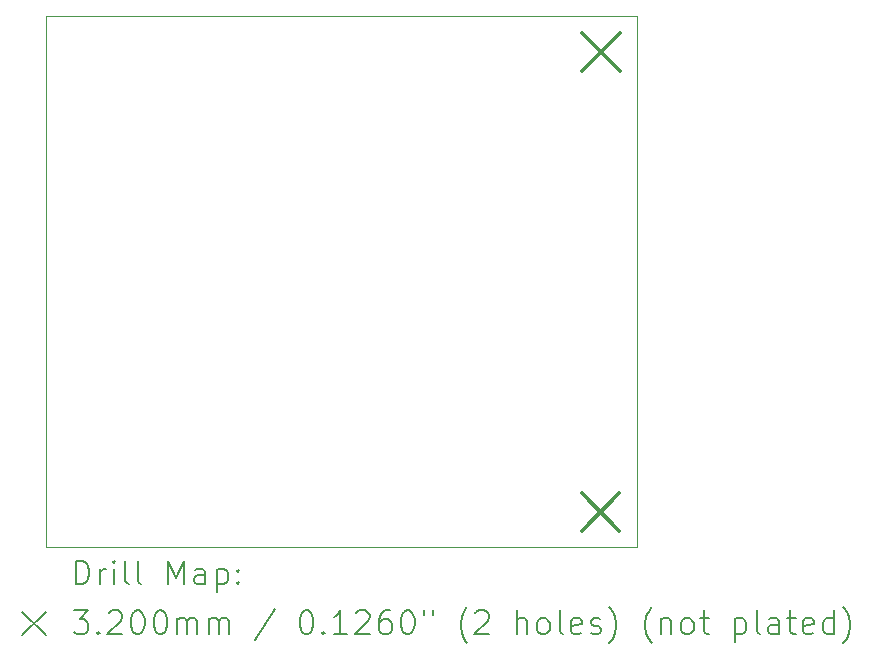
<source format=gbr>
%FSLAX45Y45*%
G04 Gerber Fmt 4.5, Leading zero omitted, Abs format (unit mm)*
G04 Created by KiCad (PCBNEW (6.0.6)) date 2022-08-29 15:29:25*
%MOMM*%
%LPD*%
G01*
G04 APERTURE LIST*
%TA.AperFunction,Profile*%
%ADD10C,0.100000*%
%TD*%
%ADD11C,0.200000*%
%ADD12C,0.320000*%
G04 APERTURE END LIST*
D10*
X3373120Y-1747520D02*
X8373120Y-1747520D01*
X8373120Y-1747520D02*
X8373120Y-6247520D01*
X8373120Y-6247520D02*
X3373120Y-6247520D01*
X3373120Y-6247520D02*
X3373120Y-1747520D01*
D11*
D12*
X7907040Y-5788680D02*
X8227040Y-6108680D01*
X8227040Y-5788680D02*
X7907040Y-6108680D01*
X7909580Y-1894860D02*
X8229580Y-2214860D01*
X8229580Y-1894860D02*
X7909580Y-2214860D01*
D11*
X3625739Y-6562996D02*
X3625739Y-6362996D01*
X3673358Y-6362996D01*
X3701929Y-6372520D01*
X3720977Y-6391568D01*
X3730501Y-6410615D01*
X3740025Y-6448710D01*
X3740025Y-6477282D01*
X3730501Y-6515377D01*
X3720977Y-6534425D01*
X3701929Y-6553472D01*
X3673358Y-6562996D01*
X3625739Y-6562996D01*
X3825739Y-6562996D02*
X3825739Y-6429663D01*
X3825739Y-6467758D02*
X3835263Y-6448710D01*
X3844787Y-6439187D01*
X3863834Y-6429663D01*
X3882882Y-6429663D01*
X3949548Y-6562996D02*
X3949548Y-6429663D01*
X3949548Y-6362996D02*
X3940025Y-6372520D01*
X3949548Y-6382044D01*
X3959072Y-6372520D01*
X3949548Y-6362996D01*
X3949548Y-6382044D01*
X4073358Y-6562996D02*
X4054310Y-6553472D01*
X4044787Y-6534425D01*
X4044787Y-6362996D01*
X4178120Y-6562996D02*
X4159072Y-6553472D01*
X4149548Y-6534425D01*
X4149548Y-6362996D01*
X4406691Y-6562996D02*
X4406691Y-6362996D01*
X4473358Y-6505853D01*
X4540025Y-6362996D01*
X4540025Y-6562996D01*
X4720977Y-6562996D02*
X4720977Y-6458234D01*
X4711453Y-6439187D01*
X4692406Y-6429663D01*
X4654310Y-6429663D01*
X4635263Y-6439187D01*
X4720977Y-6553472D02*
X4701930Y-6562996D01*
X4654310Y-6562996D01*
X4635263Y-6553472D01*
X4625739Y-6534425D01*
X4625739Y-6515377D01*
X4635263Y-6496329D01*
X4654310Y-6486806D01*
X4701930Y-6486806D01*
X4720977Y-6477282D01*
X4816215Y-6429663D02*
X4816215Y-6629663D01*
X4816215Y-6439187D02*
X4835263Y-6429663D01*
X4873358Y-6429663D01*
X4892406Y-6439187D01*
X4901930Y-6448710D01*
X4911453Y-6467758D01*
X4911453Y-6524901D01*
X4901930Y-6543948D01*
X4892406Y-6553472D01*
X4873358Y-6562996D01*
X4835263Y-6562996D01*
X4816215Y-6553472D01*
X4997168Y-6543948D02*
X5006691Y-6553472D01*
X4997168Y-6562996D01*
X4987644Y-6553472D01*
X4997168Y-6543948D01*
X4997168Y-6562996D01*
X4997168Y-6439187D02*
X5006691Y-6448710D01*
X4997168Y-6458234D01*
X4987644Y-6448710D01*
X4997168Y-6439187D01*
X4997168Y-6458234D01*
X3168120Y-6792520D02*
X3368120Y-6992520D01*
X3368120Y-6792520D02*
X3168120Y-6992520D01*
X3606691Y-6782996D02*
X3730501Y-6782996D01*
X3663834Y-6859187D01*
X3692406Y-6859187D01*
X3711453Y-6868710D01*
X3720977Y-6878234D01*
X3730501Y-6897282D01*
X3730501Y-6944901D01*
X3720977Y-6963948D01*
X3711453Y-6973472D01*
X3692406Y-6982996D01*
X3635263Y-6982996D01*
X3616215Y-6973472D01*
X3606691Y-6963948D01*
X3816215Y-6963948D02*
X3825739Y-6973472D01*
X3816215Y-6982996D01*
X3806691Y-6973472D01*
X3816215Y-6963948D01*
X3816215Y-6982996D01*
X3901929Y-6802044D02*
X3911453Y-6792520D01*
X3930501Y-6782996D01*
X3978120Y-6782996D01*
X3997168Y-6792520D01*
X4006691Y-6802044D01*
X4016215Y-6821091D01*
X4016215Y-6840139D01*
X4006691Y-6868710D01*
X3892406Y-6982996D01*
X4016215Y-6982996D01*
X4140025Y-6782996D02*
X4159072Y-6782996D01*
X4178120Y-6792520D01*
X4187644Y-6802044D01*
X4197168Y-6821091D01*
X4206691Y-6859187D01*
X4206691Y-6906806D01*
X4197168Y-6944901D01*
X4187644Y-6963948D01*
X4178120Y-6973472D01*
X4159072Y-6982996D01*
X4140025Y-6982996D01*
X4120977Y-6973472D01*
X4111453Y-6963948D01*
X4101929Y-6944901D01*
X4092406Y-6906806D01*
X4092406Y-6859187D01*
X4101929Y-6821091D01*
X4111453Y-6802044D01*
X4120977Y-6792520D01*
X4140025Y-6782996D01*
X4330501Y-6782996D02*
X4349549Y-6782996D01*
X4368596Y-6792520D01*
X4378120Y-6802044D01*
X4387644Y-6821091D01*
X4397168Y-6859187D01*
X4397168Y-6906806D01*
X4387644Y-6944901D01*
X4378120Y-6963948D01*
X4368596Y-6973472D01*
X4349549Y-6982996D01*
X4330501Y-6982996D01*
X4311453Y-6973472D01*
X4301930Y-6963948D01*
X4292406Y-6944901D01*
X4282882Y-6906806D01*
X4282882Y-6859187D01*
X4292406Y-6821091D01*
X4301930Y-6802044D01*
X4311453Y-6792520D01*
X4330501Y-6782996D01*
X4482882Y-6982996D02*
X4482882Y-6849663D01*
X4482882Y-6868710D02*
X4492406Y-6859187D01*
X4511453Y-6849663D01*
X4540025Y-6849663D01*
X4559072Y-6859187D01*
X4568596Y-6878234D01*
X4568596Y-6982996D01*
X4568596Y-6878234D02*
X4578120Y-6859187D01*
X4597168Y-6849663D01*
X4625739Y-6849663D01*
X4644787Y-6859187D01*
X4654310Y-6878234D01*
X4654310Y-6982996D01*
X4749549Y-6982996D02*
X4749549Y-6849663D01*
X4749549Y-6868710D02*
X4759072Y-6859187D01*
X4778120Y-6849663D01*
X4806691Y-6849663D01*
X4825739Y-6859187D01*
X4835263Y-6878234D01*
X4835263Y-6982996D01*
X4835263Y-6878234D02*
X4844787Y-6859187D01*
X4863834Y-6849663D01*
X4892406Y-6849663D01*
X4911453Y-6859187D01*
X4920977Y-6878234D01*
X4920977Y-6982996D01*
X5311453Y-6773472D02*
X5140025Y-7030615D01*
X5568596Y-6782996D02*
X5587644Y-6782996D01*
X5606691Y-6792520D01*
X5616215Y-6802044D01*
X5625739Y-6821091D01*
X5635263Y-6859187D01*
X5635263Y-6906806D01*
X5625739Y-6944901D01*
X5616215Y-6963948D01*
X5606691Y-6973472D01*
X5587644Y-6982996D01*
X5568596Y-6982996D01*
X5549549Y-6973472D01*
X5540025Y-6963948D01*
X5530501Y-6944901D01*
X5520977Y-6906806D01*
X5520977Y-6859187D01*
X5530501Y-6821091D01*
X5540025Y-6802044D01*
X5549549Y-6792520D01*
X5568596Y-6782996D01*
X5720977Y-6963948D02*
X5730501Y-6973472D01*
X5720977Y-6982996D01*
X5711453Y-6973472D01*
X5720977Y-6963948D01*
X5720977Y-6982996D01*
X5920977Y-6982996D02*
X5806691Y-6982996D01*
X5863834Y-6982996D02*
X5863834Y-6782996D01*
X5844787Y-6811568D01*
X5825739Y-6830615D01*
X5806691Y-6840139D01*
X5997168Y-6802044D02*
X6006691Y-6792520D01*
X6025739Y-6782996D01*
X6073358Y-6782996D01*
X6092406Y-6792520D01*
X6101929Y-6802044D01*
X6111453Y-6821091D01*
X6111453Y-6840139D01*
X6101929Y-6868710D01*
X5987644Y-6982996D01*
X6111453Y-6982996D01*
X6282882Y-6782996D02*
X6244787Y-6782996D01*
X6225739Y-6792520D01*
X6216215Y-6802044D01*
X6197168Y-6830615D01*
X6187644Y-6868710D01*
X6187644Y-6944901D01*
X6197168Y-6963948D01*
X6206691Y-6973472D01*
X6225739Y-6982996D01*
X6263834Y-6982996D01*
X6282882Y-6973472D01*
X6292406Y-6963948D01*
X6301929Y-6944901D01*
X6301929Y-6897282D01*
X6292406Y-6878234D01*
X6282882Y-6868710D01*
X6263834Y-6859187D01*
X6225739Y-6859187D01*
X6206691Y-6868710D01*
X6197168Y-6878234D01*
X6187644Y-6897282D01*
X6425739Y-6782996D02*
X6444787Y-6782996D01*
X6463834Y-6792520D01*
X6473358Y-6802044D01*
X6482882Y-6821091D01*
X6492406Y-6859187D01*
X6492406Y-6906806D01*
X6482882Y-6944901D01*
X6473358Y-6963948D01*
X6463834Y-6973472D01*
X6444787Y-6982996D01*
X6425739Y-6982996D01*
X6406691Y-6973472D01*
X6397168Y-6963948D01*
X6387644Y-6944901D01*
X6378120Y-6906806D01*
X6378120Y-6859187D01*
X6387644Y-6821091D01*
X6397168Y-6802044D01*
X6406691Y-6792520D01*
X6425739Y-6782996D01*
X6568596Y-6782996D02*
X6568596Y-6821091D01*
X6644787Y-6782996D02*
X6644787Y-6821091D01*
X6940025Y-7059187D02*
X6930501Y-7049663D01*
X6911453Y-7021091D01*
X6901929Y-7002044D01*
X6892406Y-6973472D01*
X6882882Y-6925853D01*
X6882882Y-6887758D01*
X6892406Y-6840139D01*
X6901929Y-6811568D01*
X6911453Y-6792520D01*
X6930501Y-6763948D01*
X6940025Y-6754425D01*
X7006691Y-6802044D02*
X7016215Y-6792520D01*
X7035263Y-6782996D01*
X7082882Y-6782996D01*
X7101929Y-6792520D01*
X7111453Y-6802044D01*
X7120977Y-6821091D01*
X7120977Y-6840139D01*
X7111453Y-6868710D01*
X6997168Y-6982996D01*
X7120977Y-6982996D01*
X7359072Y-6982996D02*
X7359072Y-6782996D01*
X7444787Y-6982996D02*
X7444787Y-6878234D01*
X7435263Y-6859187D01*
X7416215Y-6849663D01*
X7387644Y-6849663D01*
X7368596Y-6859187D01*
X7359072Y-6868710D01*
X7568596Y-6982996D02*
X7549548Y-6973472D01*
X7540025Y-6963948D01*
X7530501Y-6944901D01*
X7530501Y-6887758D01*
X7540025Y-6868710D01*
X7549548Y-6859187D01*
X7568596Y-6849663D01*
X7597168Y-6849663D01*
X7616215Y-6859187D01*
X7625739Y-6868710D01*
X7635263Y-6887758D01*
X7635263Y-6944901D01*
X7625739Y-6963948D01*
X7616215Y-6973472D01*
X7597168Y-6982996D01*
X7568596Y-6982996D01*
X7749548Y-6982996D02*
X7730501Y-6973472D01*
X7720977Y-6954425D01*
X7720977Y-6782996D01*
X7901929Y-6973472D02*
X7882882Y-6982996D01*
X7844787Y-6982996D01*
X7825739Y-6973472D01*
X7816215Y-6954425D01*
X7816215Y-6878234D01*
X7825739Y-6859187D01*
X7844787Y-6849663D01*
X7882882Y-6849663D01*
X7901929Y-6859187D01*
X7911453Y-6878234D01*
X7911453Y-6897282D01*
X7816215Y-6916329D01*
X7987644Y-6973472D02*
X8006691Y-6982996D01*
X8044787Y-6982996D01*
X8063834Y-6973472D01*
X8073358Y-6954425D01*
X8073358Y-6944901D01*
X8063834Y-6925853D01*
X8044787Y-6916329D01*
X8016215Y-6916329D01*
X7997168Y-6906806D01*
X7987644Y-6887758D01*
X7987644Y-6878234D01*
X7997168Y-6859187D01*
X8016215Y-6849663D01*
X8044787Y-6849663D01*
X8063834Y-6859187D01*
X8140025Y-7059187D02*
X8149548Y-7049663D01*
X8168596Y-7021091D01*
X8178120Y-7002044D01*
X8187644Y-6973472D01*
X8197168Y-6925853D01*
X8197168Y-6887758D01*
X8187644Y-6840139D01*
X8178120Y-6811568D01*
X8168596Y-6792520D01*
X8149548Y-6763948D01*
X8140025Y-6754425D01*
X8501930Y-7059187D02*
X8492406Y-7049663D01*
X8473358Y-7021091D01*
X8463834Y-7002044D01*
X8454310Y-6973472D01*
X8444787Y-6925853D01*
X8444787Y-6887758D01*
X8454310Y-6840139D01*
X8463834Y-6811568D01*
X8473358Y-6792520D01*
X8492406Y-6763948D01*
X8501930Y-6754425D01*
X8578120Y-6849663D02*
X8578120Y-6982996D01*
X8578120Y-6868710D02*
X8587644Y-6859187D01*
X8606691Y-6849663D01*
X8635263Y-6849663D01*
X8654310Y-6859187D01*
X8663834Y-6878234D01*
X8663834Y-6982996D01*
X8787644Y-6982996D02*
X8768596Y-6973472D01*
X8759072Y-6963948D01*
X8749549Y-6944901D01*
X8749549Y-6887758D01*
X8759072Y-6868710D01*
X8768596Y-6859187D01*
X8787644Y-6849663D01*
X8816215Y-6849663D01*
X8835263Y-6859187D01*
X8844787Y-6868710D01*
X8854310Y-6887758D01*
X8854310Y-6944901D01*
X8844787Y-6963948D01*
X8835263Y-6973472D01*
X8816215Y-6982996D01*
X8787644Y-6982996D01*
X8911453Y-6849663D02*
X8987644Y-6849663D01*
X8940025Y-6782996D02*
X8940025Y-6954425D01*
X8949549Y-6973472D01*
X8968596Y-6982996D01*
X8987644Y-6982996D01*
X9206691Y-6849663D02*
X9206691Y-7049663D01*
X9206691Y-6859187D02*
X9225739Y-6849663D01*
X9263834Y-6849663D01*
X9282882Y-6859187D01*
X9292406Y-6868710D01*
X9301930Y-6887758D01*
X9301930Y-6944901D01*
X9292406Y-6963948D01*
X9282882Y-6973472D01*
X9263834Y-6982996D01*
X9225739Y-6982996D01*
X9206691Y-6973472D01*
X9416215Y-6982996D02*
X9397168Y-6973472D01*
X9387644Y-6954425D01*
X9387644Y-6782996D01*
X9578120Y-6982996D02*
X9578120Y-6878234D01*
X9568596Y-6859187D01*
X9549549Y-6849663D01*
X9511453Y-6849663D01*
X9492406Y-6859187D01*
X9578120Y-6973472D02*
X9559072Y-6982996D01*
X9511453Y-6982996D01*
X9492406Y-6973472D01*
X9482882Y-6954425D01*
X9482882Y-6935377D01*
X9492406Y-6916329D01*
X9511453Y-6906806D01*
X9559072Y-6906806D01*
X9578120Y-6897282D01*
X9644787Y-6849663D02*
X9720977Y-6849663D01*
X9673358Y-6782996D02*
X9673358Y-6954425D01*
X9682882Y-6973472D01*
X9701930Y-6982996D01*
X9720977Y-6982996D01*
X9863834Y-6973472D02*
X9844787Y-6982996D01*
X9806691Y-6982996D01*
X9787644Y-6973472D01*
X9778120Y-6954425D01*
X9778120Y-6878234D01*
X9787644Y-6859187D01*
X9806691Y-6849663D01*
X9844787Y-6849663D01*
X9863834Y-6859187D01*
X9873358Y-6878234D01*
X9873358Y-6897282D01*
X9778120Y-6916329D01*
X10044787Y-6982996D02*
X10044787Y-6782996D01*
X10044787Y-6973472D02*
X10025739Y-6982996D01*
X9987644Y-6982996D01*
X9968596Y-6973472D01*
X9959072Y-6963948D01*
X9949549Y-6944901D01*
X9949549Y-6887758D01*
X9959072Y-6868710D01*
X9968596Y-6859187D01*
X9987644Y-6849663D01*
X10025739Y-6849663D01*
X10044787Y-6859187D01*
X10120977Y-7059187D02*
X10130501Y-7049663D01*
X10149549Y-7021091D01*
X10159072Y-7002044D01*
X10168596Y-6973472D01*
X10178120Y-6925853D01*
X10178120Y-6887758D01*
X10168596Y-6840139D01*
X10159072Y-6811568D01*
X10149549Y-6792520D01*
X10130501Y-6763948D01*
X10120977Y-6754425D01*
M02*

</source>
